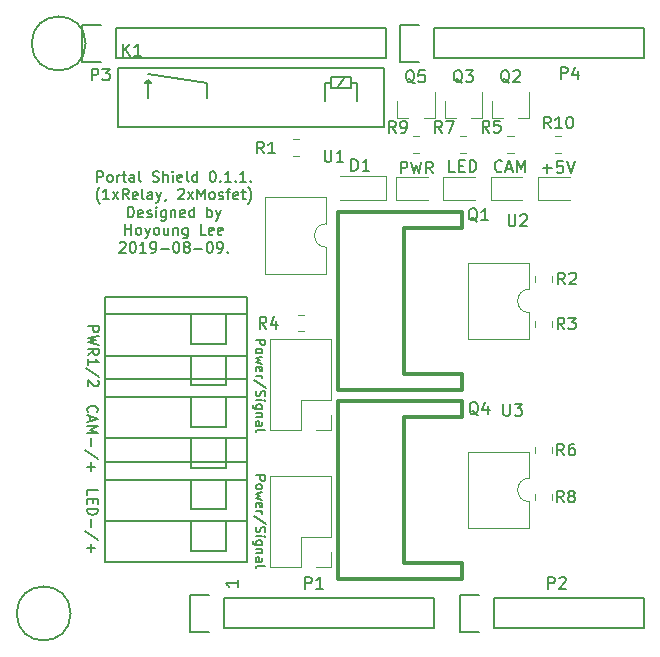
<source format=gbr>
G04 #@! TF.GenerationSoftware,KiCad,Pcbnew,5.0.2+dfsg1-1*
G04 #@! TF.CreationDate,2019-08-13T09:37:24+09:00*
G04 #@! TF.ProjectId,portal_shield_for_arduino,706f7274-616c-45f7-9368-69656c645f66,rev?*
G04 #@! TF.SameCoordinates,Original*
G04 #@! TF.FileFunction,Legend,Top*
G04 #@! TF.FilePolarity,Positive*
%FSLAX46Y46*%
G04 Gerber Fmt 4.6, Leading zero omitted, Abs format (unit mm)*
G04 Created by KiCad (PCBNEW 5.0.2+dfsg1-1) date Tue 13 Aug 2019 09:37:24 AM KST*
%MOMM*%
%LPD*%
G01*
G04 APERTURE LIST*
%ADD10C,0.150000*%
%ADD11C,0.120000*%
%ADD12C,0.304800*%
%ADD13C,0.152400*%
G04 APERTURE END LIST*
D10*
X128650857Y-113830714D02*
X128650857Y-113402142D01*
X129550857Y-113402142D01*
X129122285Y-114130714D02*
X129122285Y-114430714D01*
X128650857Y-114559285D02*
X128650857Y-114130714D01*
X129550857Y-114130714D01*
X129550857Y-114559285D01*
X128650857Y-114945000D02*
X129550857Y-114945000D01*
X129550857Y-115159285D01*
X129508000Y-115287857D01*
X129422285Y-115373571D01*
X129336571Y-115416428D01*
X129165142Y-115459285D01*
X129036571Y-115459285D01*
X128865142Y-115416428D01*
X128779428Y-115373571D01*
X128693714Y-115287857D01*
X128650857Y-115159285D01*
X128650857Y-114945000D01*
X128993714Y-115845000D02*
X128993714Y-116530714D01*
X129593714Y-117602142D02*
X128436571Y-116830714D01*
X128993714Y-117902142D02*
X128993714Y-118587857D01*
X128650857Y-118245000D02*
X129336571Y-118245000D01*
X129483714Y-87272142D02*
X129483714Y-86372142D01*
X129826571Y-86372142D01*
X129912285Y-86415000D01*
X129955142Y-86457857D01*
X129998000Y-86543571D01*
X129998000Y-86672142D01*
X129955142Y-86757857D01*
X129912285Y-86800714D01*
X129826571Y-86843571D01*
X129483714Y-86843571D01*
X130512285Y-87272142D02*
X130426571Y-87229285D01*
X130383714Y-87186428D01*
X130340857Y-87100714D01*
X130340857Y-86843571D01*
X130383714Y-86757857D01*
X130426571Y-86715000D01*
X130512285Y-86672142D01*
X130640857Y-86672142D01*
X130726571Y-86715000D01*
X130769428Y-86757857D01*
X130812285Y-86843571D01*
X130812285Y-87100714D01*
X130769428Y-87186428D01*
X130726571Y-87229285D01*
X130640857Y-87272142D01*
X130512285Y-87272142D01*
X131198000Y-87272142D02*
X131198000Y-86672142D01*
X131198000Y-86843571D02*
X131240857Y-86757857D01*
X131283714Y-86715000D01*
X131369428Y-86672142D01*
X131455142Y-86672142D01*
X131626571Y-86672142D02*
X131969428Y-86672142D01*
X131755142Y-86372142D02*
X131755142Y-87143571D01*
X131798000Y-87229285D01*
X131883714Y-87272142D01*
X131969428Y-87272142D01*
X132655142Y-87272142D02*
X132655142Y-86800714D01*
X132612285Y-86715000D01*
X132526571Y-86672142D01*
X132355142Y-86672142D01*
X132269428Y-86715000D01*
X132655142Y-87229285D02*
X132569428Y-87272142D01*
X132355142Y-87272142D01*
X132269428Y-87229285D01*
X132226571Y-87143571D01*
X132226571Y-87057857D01*
X132269428Y-86972142D01*
X132355142Y-86929285D01*
X132569428Y-86929285D01*
X132655142Y-86886428D01*
X133212285Y-87272142D02*
X133126571Y-87229285D01*
X133083714Y-87143571D01*
X133083714Y-86372142D01*
X134198000Y-87229285D02*
X134326571Y-87272142D01*
X134540857Y-87272142D01*
X134626571Y-87229285D01*
X134669428Y-87186428D01*
X134712285Y-87100714D01*
X134712285Y-87015000D01*
X134669428Y-86929285D01*
X134626571Y-86886428D01*
X134540857Y-86843571D01*
X134369428Y-86800714D01*
X134283714Y-86757857D01*
X134240857Y-86715000D01*
X134198000Y-86629285D01*
X134198000Y-86543571D01*
X134240857Y-86457857D01*
X134283714Y-86415000D01*
X134369428Y-86372142D01*
X134583714Y-86372142D01*
X134712285Y-86415000D01*
X135098000Y-87272142D02*
X135098000Y-86372142D01*
X135483714Y-87272142D02*
X135483714Y-86800714D01*
X135440857Y-86715000D01*
X135355142Y-86672142D01*
X135226571Y-86672142D01*
X135140857Y-86715000D01*
X135098000Y-86757857D01*
X135912285Y-87272142D02*
X135912285Y-86672142D01*
X135912285Y-86372142D02*
X135869428Y-86415000D01*
X135912285Y-86457857D01*
X135955142Y-86415000D01*
X135912285Y-86372142D01*
X135912285Y-86457857D01*
X136683714Y-87229285D02*
X136598000Y-87272142D01*
X136426571Y-87272142D01*
X136340857Y-87229285D01*
X136298000Y-87143571D01*
X136298000Y-86800714D01*
X136340857Y-86715000D01*
X136426571Y-86672142D01*
X136598000Y-86672142D01*
X136683714Y-86715000D01*
X136726571Y-86800714D01*
X136726571Y-86886428D01*
X136298000Y-86972142D01*
X137240857Y-87272142D02*
X137155142Y-87229285D01*
X137112285Y-87143571D01*
X137112285Y-86372142D01*
X137969428Y-87272142D02*
X137969428Y-86372142D01*
X137969428Y-87229285D02*
X137883714Y-87272142D01*
X137712285Y-87272142D01*
X137626571Y-87229285D01*
X137583714Y-87186428D01*
X137540857Y-87100714D01*
X137540857Y-86843571D01*
X137583714Y-86757857D01*
X137626571Y-86715000D01*
X137712285Y-86672142D01*
X137883714Y-86672142D01*
X137969428Y-86715000D01*
X139255142Y-86372142D02*
X139340857Y-86372142D01*
X139426571Y-86415000D01*
X139469428Y-86457857D01*
X139512285Y-86543571D01*
X139555142Y-86715000D01*
X139555142Y-86929285D01*
X139512285Y-87100714D01*
X139469428Y-87186428D01*
X139426571Y-87229285D01*
X139340857Y-87272142D01*
X139255142Y-87272142D01*
X139169428Y-87229285D01*
X139126571Y-87186428D01*
X139083714Y-87100714D01*
X139040857Y-86929285D01*
X139040857Y-86715000D01*
X139083714Y-86543571D01*
X139126571Y-86457857D01*
X139169428Y-86415000D01*
X139255142Y-86372142D01*
X139940857Y-87186428D02*
X139983714Y-87229285D01*
X139940857Y-87272142D01*
X139898000Y-87229285D01*
X139940857Y-87186428D01*
X139940857Y-87272142D01*
X140840857Y-87272142D02*
X140326571Y-87272142D01*
X140583714Y-87272142D02*
X140583714Y-86372142D01*
X140498000Y-86500714D01*
X140412285Y-86586428D01*
X140326571Y-86629285D01*
X141226571Y-87186428D02*
X141269428Y-87229285D01*
X141226571Y-87272142D01*
X141183714Y-87229285D01*
X141226571Y-87186428D01*
X141226571Y-87272142D01*
X142126571Y-87272142D02*
X141612285Y-87272142D01*
X141869428Y-87272142D02*
X141869428Y-86372142D01*
X141783714Y-86500714D01*
X141698000Y-86586428D01*
X141612285Y-86629285D01*
X142512285Y-87186428D02*
X142555142Y-87229285D01*
X142512285Y-87272142D01*
X142469428Y-87229285D01*
X142512285Y-87186428D01*
X142512285Y-87272142D01*
X129719428Y-89115000D02*
X129676571Y-89072142D01*
X129590857Y-88943571D01*
X129548000Y-88857857D01*
X129505142Y-88729285D01*
X129462285Y-88515000D01*
X129462285Y-88343571D01*
X129505142Y-88129285D01*
X129548000Y-88000714D01*
X129590857Y-87915000D01*
X129676571Y-87786428D01*
X129719428Y-87743571D01*
X130533714Y-88772142D02*
X130019428Y-88772142D01*
X130276571Y-88772142D02*
X130276571Y-87872142D01*
X130190857Y-88000714D01*
X130105142Y-88086428D01*
X130019428Y-88129285D01*
X130833714Y-88772142D02*
X131305142Y-88172142D01*
X130833714Y-88172142D02*
X131305142Y-88772142D01*
X132162285Y-88772142D02*
X131862285Y-88343571D01*
X131648000Y-88772142D02*
X131648000Y-87872142D01*
X131990857Y-87872142D01*
X132076571Y-87915000D01*
X132119428Y-87957857D01*
X132162285Y-88043571D01*
X132162285Y-88172142D01*
X132119428Y-88257857D01*
X132076571Y-88300714D01*
X131990857Y-88343571D01*
X131648000Y-88343571D01*
X132890857Y-88729285D02*
X132805142Y-88772142D01*
X132633714Y-88772142D01*
X132548000Y-88729285D01*
X132505142Y-88643571D01*
X132505142Y-88300714D01*
X132548000Y-88215000D01*
X132633714Y-88172142D01*
X132805142Y-88172142D01*
X132890857Y-88215000D01*
X132933714Y-88300714D01*
X132933714Y-88386428D01*
X132505142Y-88472142D01*
X133448000Y-88772142D02*
X133362285Y-88729285D01*
X133319428Y-88643571D01*
X133319428Y-87872142D01*
X134176571Y-88772142D02*
X134176571Y-88300714D01*
X134133714Y-88215000D01*
X134048000Y-88172142D01*
X133876571Y-88172142D01*
X133790857Y-88215000D01*
X134176571Y-88729285D02*
X134090857Y-88772142D01*
X133876571Y-88772142D01*
X133790857Y-88729285D01*
X133748000Y-88643571D01*
X133748000Y-88557857D01*
X133790857Y-88472142D01*
X133876571Y-88429285D01*
X134090857Y-88429285D01*
X134176571Y-88386428D01*
X134519428Y-88172142D02*
X134733714Y-88772142D01*
X134948000Y-88172142D02*
X134733714Y-88772142D01*
X134648000Y-88986428D01*
X134605142Y-89029285D01*
X134519428Y-89072142D01*
X135333714Y-88729285D02*
X135333714Y-88772142D01*
X135290857Y-88857857D01*
X135248000Y-88900714D01*
X136362285Y-87957857D02*
X136405142Y-87915000D01*
X136490857Y-87872142D01*
X136705142Y-87872142D01*
X136790857Y-87915000D01*
X136833714Y-87957857D01*
X136876571Y-88043571D01*
X136876571Y-88129285D01*
X136833714Y-88257857D01*
X136319428Y-88772142D01*
X136876571Y-88772142D01*
X137176571Y-88772142D02*
X137648000Y-88172142D01*
X137176571Y-88172142D02*
X137648000Y-88772142D01*
X137990857Y-88772142D02*
X137990857Y-87872142D01*
X138290857Y-88515000D01*
X138590857Y-87872142D01*
X138590857Y-88772142D01*
X139148000Y-88772142D02*
X139062285Y-88729285D01*
X139019428Y-88686428D01*
X138976571Y-88600714D01*
X138976571Y-88343571D01*
X139019428Y-88257857D01*
X139062285Y-88215000D01*
X139148000Y-88172142D01*
X139276571Y-88172142D01*
X139362285Y-88215000D01*
X139405142Y-88257857D01*
X139448000Y-88343571D01*
X139448000Y-88600714D01*
X139405142Y-88686428D01*
X139362285Y-88729285D01*
X139276571Y-88772142D01*
X139148000Y-88772142D01*
X139790857Y-88729285D02*
X139876571Y-88772142D01*
X140048000Y-88772142D01*
X140133714Y-88729285D01*
X140176571Y-88643571D01*
X140176571Y-88600714D01*
X140133714Y-88515000D01*
X140048000Y-88472142D01*
X139919428Y-88472142D01*
X139833714Y-88429285D01*
X139790857Y-88343571D01*
X139790857Y-88300714D01*
X139833714Y-88215000D01*
X139919428Y-88172142D01*
X140048000Y-88172142D01*
X140133714Y-88215000D01*
X140433714Y-88172142D02*
X140776571Y-88172142D01*
X140562285Y-88772142D02*
X140562285Y-88000714D01*
X140605142Y-87915000D01*
X140690857Y-87872142D01*
X140776571Y-87872142D01*
X141419428Y-88729285D02*
X141333714Y-88772142D01*
X141162285Y-88772142D01*
X141076571Y-88729285D01*
X141033714Y-88643571D01*
X141033714Y-88300714D01*
X141076571Y-88215000D01*
X141162285Y-88172142D01*
X141333714Y-88172142D01*
X141419428Y-88215000D01*
X141462285Y-88300714D01*
X141462285Y-88386428D01*
X141033714Y-88472142D01*
X141719428Y-88172142D02*
X142062285Y-88172142D01*
X141848000Y-87872142D02*
X141848000Y-88643571D01*
X141890857Y-88729285D01*
X141976571Y-88772142D01*
X142062285Y-88772142D01*
X142276571Y-89115000D02*
X142319428Y-89072142D01*
X142405142Y-88943571D01*
X142448000Y-88857857D01*
X142490857Y-88729285D01*
X142533714Y-88515000D01*
X142533714Y-88343571D01*
X142490857Y-88129285D01*
X142448000Y-88000714D01*
X142405142Y-87915000D01*
X142319428Y-87786428D01*
X142276571Y-87743571D01*
X132098000Y-90272142D02*
X132098000Y-89372142D01*
X132312285Y-89372142D01*
X132440857Y-89415000D01*
X132526571Y-89500714D01*
X132569428Y-89586428D01*
X132612285Y-89757857D01*
X132612285Y-89886428D01*
X132569428Y-90057857D01*
X132526571Y-90143571D01*
X132440857Y-90229285D01*
X132312285Y-90272142D01*
X132098000Y-90272142D01*
X133340857Y-90229285D02*
X133255142Y-90272142D01*
X133083714Y-90272142D01*
X132998000Y-90229285D01*
X132955142Y-90143571D01*
X132955142Y-89800714D01*
X132998000Y-89715000D01*
X133083714Y-89672142D01*
X133255142Y-89672142D01*
X133340857Y-89715000D01*
X133383714Y-89800714D01*
X133383714Y-89886428D01*
X132955142Y-89972142D01*
X133726571Y-90229285D02*
X133812285Y-90272142D01*
X133983714Y-90272142D01*
X134069428Y-90229285D01*
X134112285Y-90143571D01*
X134112285Y-90100714D01*
X134069428Y-90015000D01*
X133983714Y-89972142D01*
X133855142Y-89972142D01*
X133769428Y-89929285D01*
X133726571Y-89843571D01*
X133726571Y-89800714D01*
X133769428Y-89715000D01*
X133855142Y-89672142D01*
X133983714Y-89672142D01*
X134069428Y-89715000D01*
X134498000Y-90272142D02*
X134498000Y-89672142D01*
X134498000Y-89372142D02*
X134455142Y-89415000D01*
X134498000Y-89457857D01*
X134540857Y-89415000D01*
X134498000Y-89372142D01*
X134498000Y-89457857D01*
X135312285Y-89672142D02*
X135312285Y-90400714D01*
X135269428Y-90486428D01*
X135226571Y-90529285D01*
X135140857Y-90572142D01*
X135012285Y-90572142D01*
X134926571Y-90529285D01*
X135312285Y-90229285D02*
X135226571Y-90272142D01*
X135055142Y-90272142D01*
X134969428Y-90229285D01*
X134926571Y-90186428D01*
X134883714Y-90100714D01*
X134883714Y-89843571D01*
X134926571Y-89757857D01*
X134969428Y-89715000D01*
X135055142Y-89672142D01*
X135226571Y-89672142D01*
X135312285Y-89715000D01*
X135740857Y-89672142D02*
X135740857Y-90272142D01*
X135740857Y-89757857D02*
X135783714Y-89715000D01*
X135869428Y-89672142D01*
X135998000Y-89672142D01*
X136083714Y-89715000D01*
X136126571Y-89800714D01*
X136126571Y-90272142D01*
X136898000Y-90229285D02*
X136812285Y-90272142D01*
X136640857Y-90272142D01*
X136555142Y-90229285D01*
X136512285Y-90143571D01*
X136512285Y-89800714D01*
X136555142Y-89715000D01*
X136640857Y-89672142D01*
X136812285Y-89672142D01*
X136898000Y-89715000D01*
X136940857Y-89800714D01*
X136940857Y-89886428D01*
X136512285Y-89972142D01*
X137712285Y-90272142D02*
X137712285Y-89372142D01*
X137712285Y-90229285D02*
X137626571Y-90272142D01*
X137455142Y-90272142D01*
X137369428Y-90229285D01*
X137326571Y-90186428D01*
X137283714Y-90100714D01*
X137283714Y-89843571D01*
X137326571Y-89757857D01*
X137369428Y-89715000D01*
X137455142Y-89672142D01*
X137626571Y-89672142D01*
X137712285Y-89715000D01*
X138826571Y-90272142D02*
X138826571Y-89372142D01*
X138826571Y-89715000D02*
X138912285Y-89672142D01*
X139083714Y-89672142D01*
X139169428Y-89715000D01*
X139212285Y-89757857D01*
X139255142Y-89843571D01*
X139255142Y-90100714D01*
X139212285Y-90186428D01*
X139169428Y-90229285D01*
X139083714Y-90272142D01*
X138912285Y-90272142D01*
X138826571Y-90229285D01*
X139555142Y-89672142D02*
X139769428Y-90272142D01*
X139983714Y-89672142D02*
X139769428Y-90272142D01*
X139683714Y-90486428D01*
X139640857Y-90529285D01*
X139555142Y-90572142D01*
X131883714Y-91772142D02*
X131883714Y-90872142D01*
X131883714Y-91300714D02*
X132398000Y-91300714D01*
X132398000Y-91772142D02*
X132398000Y-90872142D01*
X132955142Y-91772142D02*
X132869428Y-91729285D01*
X132826571Y-91686428D01*
X132783714Y-91600714D01*
X132783714Y-91343571D01*
X132826571Y-91257857D01*
X132869428Y-91215000D01*
X132955142Y-91172142D01*
X133083714Y-91172142D01*
X133169428Y-91215000D01*
X133212285Y-91257857D01*
X133255142Y-91343571D01*
X133255142Y-91600714D01*
X133212285Y-91686428D01*
X133169428Y-91729285D01*
X133083714Y-91772142D01*
X132955142Y-91772142D01*
X133555142Y-91172142D02*
X133769428Y-91772142D01*
X133983714Y-91172142D02*
X133769428Y-91772142D01*
X133683714Y-91986428D01*
X133640857Y-92029285D01*
X133555142Y-92072142D01*
X134455142Y-91772142D02*
X134369428Y-91729285D01*
X134326571Y-91686428D01*
X134283714Y-91600714D01*
X134283714Y-91343571D01*
X134326571Y-91257857D01*
X134369428Y-91215000D01*
X134455142Y-91172142D01*
X134583714Y-91172142D01*
X134669428Y-91215000D01*
X134712285Y-91257857D01*
X134755142Y-91343571D01*
X134755142Y-91600714D01*
X134712285Y-91686428D01*
X134669428Y-91729285D01*
X134583714Y-91772142D01*
X134455142Y-91772142D01*
X135526571Y-91172142D02*
X135526571Y-91772142D01*
X135140857Y-91172142D02*
X135140857Y-91643571D01*
X135183714Y-91729285D01*
X135269428Y-91772142D01*
X135398000Y-91772142D01*
X135483714Y-91729285D01*
X135526571Y-91686428D01*
X135955142Y-91172142D02*
X135955142Y-91772142D01*
X135955142Y-91257857D02*
X135998000Y-91215000D01*
X136083714Y-91172142D01*
X136212285Y-91172142D01*
X136298000Y-91215000D01*
X136340857Y-91300714D01*
X136340857Y-91772142D01*
X137155142Y-91172142D02*
X137155142Y-91900714D01*
X137112285Y-91986428D01*
X137069428Y-92029285D01*
X136983714Y-92072142D01*
X136855142Y-92072142D01*
X136769428Y-92029285D01*
X137155142Y-91729285D02*
X137069428Y-91772142D01*
X136898000Y-91772142D01*
X136812285Y-91729285D01*
X136769428Y-91686428D01*
X136726571Y-91600714D01*
X136726571Y-91343571D01*
X136769428Y-91257857D01*
X136812285Y-91215000D01*
X136898000Y-91172142D01*
X137069428Y-91172142D01*
X137155142Y-91215000D01*
X138698000Y-91772142D02*
X138269428Y-91772142D01*
X138269428Y-90872142D01*
X139340857Y-91729285D02*
X139255142Y-91772142D01*
X139083714Y-91772142D01*
X138998000Y-91729285D01*
X138955142Y-91643571D01*
X138955142Y-91300714D01*
X138998000Y-91215000D01*
X139083714Y-91172142D01*
X139255142Y-91172142D01*
X139340857Y-91215000D01*
X139383714Y-91300714D01*
X139383714Y-91386428D01*
X138955142Y-91472142D01*
X140112285Y-91729285D02*
X140026571Y-91772142D01*
X139855142Y-91772142D01*
X139769428Y-91729285D01*
X139726571Y-91643571D01*
X139726571Y-91300714D01*
X139769428Y-91215000D01*
X139855142Y-91172142D01*
X140026571Y-91172142D01*
X140112285Y-91215000D01*
X140155142Y-91300714D01*
X140155142Y-91386428D01*
X139726571Y-91472142D01*
X131412285Y-92457857D02*
X131455142Y-92415000D01*
X131540857Y-92372142D01*
X131755142Y-92372142D01*
X131840857Y-92415000D01*
X131883714Y-92457857D01*
X131926571Y-92543571D01*
X131926571Y-92629285D01*
X131883714Y-92757857D01*
X131369428Y-93272142D01*
X131926571Y-93272142D01*
X132483714Y-92372142D02*
X132569428Y-92372142D01*
X132655142Y-92415000D01*
X132698000Y-92457857D01*
X132740857Y-92543571D01*
X132783714Y-92715000D01*
X132783714Y-92929285D01*
X132740857Y-93100714D01*
X132698000Y-93186428D01*
X132655142Y-93229285D01*
X132569428Y-93272142D01*
X132483714Y-93272142D01*
X132398000Y-93229285D01*
X132355142Y-93186428D01*
X132312285Y-93100714D01*
X132269428Y-92929285D01*
X132269428Y-92715000D01*
X132312285Y-92543571D01*
X132355142Y-92457857D01*
X132398000Y-92415000D01*
X132483714Y-92372142D01*
X133640857Y-93272142D02*
X133126571Y-93272142D01*
X133383714Y-93272142D02*
X133383714Y-92372142D01*
X133298000Y-92500714D01*
X133212285Y-92586428D01*
X133126571Y-92629285D01*
X134069428Y-93272142D02*
X134240857Y-93272142D01*
X134326571Y-93229285D01*
X134369428Y-93186428D01*
X134455142Y-93057857D01*
X134498000Y-92886428D01*
X134498000Y-92543571D01*
X134455142Y-92457857D01*
X134412285Y-92415000D01*
X134326571Y-92372142D01*
X134155142Y-92372142D01*
X134069428Y-92415000D01*
X134026571Y-92457857D01*
X133983714Y-92543571D01*
X133983714Y-92757857D01*
X134026571Y-92843571D01*
X134069428Y-92886428D01*
X134155142Y-92929285D01*
X134326571Y-92929285D01*
X134412285Y-92886428D01*
X134455142Y-92843571D01*
X134498000Y-92757857D01*
X134883714Y-92929285D02*
X135569428Y-92929285D01*
X136169428Y-92372142D02*
X136255142Y-92372142D01*
X136340857Y-92415000D01*
X136383714Y-92457857D01*
X136426571Y-92543571D01*
X136469428Y-92715000D01*
X136469428Y-92929285D01*
X136426571Y-93100714D01*
X136383714Y-93186428D01*
X136340857Y-93229285D01*
X136255142Y-93272142D01*
X136169428Y-93272142D01*
X136083714Y-93229285D01*
X136040857Y-93186428D01*
X135998000Y-93100714D01*
X135955142Y-92929285D01*
X135955142Y-92715000D01*
X135998000Y-92543571D01*
X136040857Y-92457857D01*
X136083714Y-92415000D01*
X136169428Y-92372142D01*
X136983714Y-92757857D02*
X136898000Y-92715000D01*
X136855142Y-92672142D01*
X136812285Y-92586428D01*
X136812285Y-92543571D01*
X136855142Y-92457857D01*
X136898000Y-92415000D01*
X136983714Y-92372142D01*
X137155142Y-92372142D01*
X137240857Y-92415000D01*
X137283714Y-92457857D01*
X137326571Y-92543571D01*
X137326571Y-92586428D01*
X137283714Y-92672142D01*
X137240857Y-92715000D01*
X137155142Y-92757857D01*
X136983714Y-92757857D01*
X136898000Y-92800714D01*
X136855142Y-92843571D01*
X136812285Y-92929285D01*
X136812285Y-93100714D01*
X136855142Y-93186428D01*
X136898000Y-93229285D01*
X136983714Y-93272142D01*
X137155142Y-93272142D01*
X137240857Y-93229285D01*
X137283714Y-93186428D01*
X137326571Y-93100714D01*
X137326571Y-92929285D01*
X137283714Y-92843571D01*
X137240857Y-92800714D01*
X137155142Y-92757857D01*
X137712285Y-92929285D02*
X138398000Y-92929285D01*
X138998000Y-92372142D02*
X139083714Y-92372142D01*
X139169428Y-92415000D01*
X139212285Y-92457857D01*
X139255142Y-92543571D01*
X139298000Y-92715000D01*
X139298000Y-92929285D01*
X139255142Y-93100714D01*
X139212285Y-93186428D01*
X139169428Y-93229285D01*
X139083714Y-93272142D01*
X138998000Y-93272142D01*
X138912285Y-93229285D01*
X138869428Y-93186428D01*
X138826571Y-93100714D01*
X138783714Y-92929285D01*
X138783714Y-92715000D01*
X138826571Y-92543571D01*
X138869428Y-92457857D01*
X138912285Y-92415000D01*
X138998000Y-92372142D01*
X139726571Y-93272142D02*
X139898000Y-93272142D01*
X139983714Y-93229285D01*
X140026571Y-93186428D01*
X140112285Y-93057857D01*
X140155142Y-92886428D01*
X140155142Y-92543571D01*
X140112285Y-92457857D01*
X140069428Y-92415000D01*
X139983714Y-92372142D01*
X139812285Y-92372142D01*
X139726571Y-92415000D01*
X139683714Y-92457857D01*
X139640857Y-92543571D01*
X139640857Y-92757857D01*
X139683714Y-92843571D01*
X139726571Y-92886428D01*
X139812285Y-92929285D01*
X139983714Y-92929285D01*
X140069428Y-92886428D01*
X140112285Y-92843571D01*
X140155142Y-92757857D01*
X140540857Y-93186428D02*
X140583714Y-93229285D01*
X140540857Y-93272142D01*
X140498000Y-93229285D01*
X140540857Y-93186428D01*
X140540857Y-93272142D01*
X128736571Y-106797857D02*
X128693714Y-106755000D01*
X128650857Y-106626428D01*
X128650857Y-106540714D01*
X128693714Y-106412142D01*
X128779428Y-106326428D01*
X128865142Y-106283571D01*
X129036571Y-106240714D01*
X129165142Y-106240714D01*
X129336571Y-106283571D01*
X129422285Y-106326428D01*
X129508000Y-106412142D01*
X129550857Y-106540714D01*
X129550857Y-106626428D01*
X129508000Y-106755000D01*
X129465142Y-106797857D01*
X128908000Y-107140714D02*
X128908000Y-107569285D01*
X128650857Y-107055000D02*
X129550857Y-107355000D01*
X128650857Y-107655000D01*
X128650857Y-107955000D02*
X129550857Y-107955000D01*
X128908000Y-108255000D01*
X129550857Y-108555000D01*
X128650857Y-108555000D01*
X128993714Y-108983571D02*
X128993714Y-109669285D01*
X129593714Y-110740714D02*
X128436571Y-109969285D01*
X128993714Y-111040714D02*
X128993714Y-111726428D01*
X128650857Y-111383571D02*
X129336571Y-111383571D01*
X128730857Y-99486428D02*
X129630857Y-99486428D01*
X129630857Y-99829285D01*
X129588000Y-99915000D01*
X129545142Y-99957857D01*
X129459428Y-100000714D01*
X129330857Y-100000714D01*
X129245142Y-99957857D01*
X129202285Y-99915000D01*
X129159428Y-99829285D01*
X129159428Y-99486428D01*
X129630857Y-100300714D02*
X128730857Y-100515000D01*
X129373714Y-100686428D01*
X128730857Y-100857857D01*
X129630857Y-101072142D01*
X128730857Y-101929285D02*
X129159428Y-101629285D01*
X128730857Y-101415000D02*
X129630857Y-101415000D01*
X129630857Y-101757857D01*
X129588000Y-101843571D01*
X129545142Y-101886428D01*
X129459428Y-101929285D01*
X129330857Y-101929285D01*
X129245142Y-101886428D01*
X129202285Y-101843571D01*
X129159428Y-101757857D01*
X129159428Y-101415000D01*
X128730857Y-102786428D02*
X128730857Y-102272142D01*
X128730857Y-102529285D02*
X129630857Y-102529285D01*
X129502285Y-102443571D01*
X129416571Y-102357857D01*
X129373714Y-102272142D01*
X129673714Y-103815000D02*
X128516571Y-103043571D01*
X129545142Y-104072142D02*
X129588000Y-104115000D01*
X129630857Y-104200714D01*
X129630857Y-104415000D01*
X129588000Y-104500714D01*
X129545142Y-104543571D01*
X129459428Y-104586428D01*
X129373714Y-104586428D01*
X129245142Y-104543571D01*
X128730857Y-104029285D01*
X128730857Y-104586428D01*
X142938095Y-112133333D02*
X143738095Y-112133333D01*
X143738095Y-112438095D01*
X143700000Y-112514285D01*
X143661904Y-112552380D01*
X143585714Y-112590476D01*
X143471428Y-112590476D01*
X143395238Y-112552380D01*
X143357142Y-112514285D01*
X143319047Y-112438095D01*
X143319047Y-112133333D01*
X142938095Y-113047619D02*
X142976190Y-112971428D01*
X143014285Y-112933333D01*
X143090476Y-112895238D01*
X143319047Y-112895238D01*
X143395238Y-112933333D01*
X143433333Y-112971428D01*
X143471428Y-113047619D01*
X143471428Y-113161904D01*
X143433333Y-113238095D01*
X143395238Y-113276190D01*
X143319047Y-113314285D01*
X143090476Y-113314285D01*
X143014285Y-113276190D01*
X142976190Y-113238095D01*
X142938095Y-113161904D01*
X142938095Y-113047619D01*
X143471428Y-113580952D02*
X142938095Y-113733333D01*
X143319047Y-113885714D01*
X142938095Y-114038095D01*
X143471428Y-114190476D01*
X142976190Y-114800000D02*
X142938095Y-114723809D01*
X142938095Y-114571428D01*
X142976190Y-114495238D01*
X143052380Y-114457142D01*
X143357142Y-114457142D01*
X143433333Y-114495238D01*
X143471428Y-114571428D01*
X143471428Y-114723809D01*
X143433333Y-114800000D01*
X143357142Y-114838095D01*
X143280952Y-114838095D01*
X143204761Y-114457142D01*
X142938095Y-115180952D02*
X143471428Y-115180952D01*
X143319047Y-115180952D02*
X143395238Y-115219047D01*
X143433333Y-115257142D01*
X143471428Y-115333333D01*
X143471428Y-115409523D01*
X143776190Y-116247619D02*
X142747619Y-115561904D01*
X142976190Y-116476190D02*
X142938095Y-116590476D01*
X142938095Y-116780952D01*
X142976190Y-116857142D01*
X143014285Y-116895238D01*
X143090476Y-116933333D01*
X143166666Y-116933333D01*
X143242857Y-116895238D01*
X143280952Y-116857142D01*
X143319047Y-116780952D01*
X143357142Y-116628571D01*
X143395238Y-116552380D01*
X143433333Y-116514285D01*
X143509523Y-116476190D01*
X143585714Y-116476190D01*
X143661904Y-116514285D01*
X143700000Y-116552380D01*
X143738095Y-116628571D01*
X143738095Y-116819047D01*
X143700000Y-116933333D01*
X142938095Y-117276190D02*
X143471428Y-117276190D01*
X143738095Y-117276190D02*
X143700000Y-117238095D01*
X143661904Y-117276190D01*
X143700000Y-117314285D01*
X143738095Y-117276190D01*
X143661904Y-117276190D01*
X143471428Y-118000000D02*
X142823809Y-118000000D01*
X142747619Y-117961904D01*
X142709523Y-117923809D01*
X142671428Y-117847619D01*
X142671428Y-117733333D01*
X142709523Y-117657142D01*
X142976190Y-118000000D02*
X142938095Y-117923809D01*
X142938095Y-117771428D01*
X142976190Y-117695238D01*
X143014285Y-117657142D01*
X143090476Y-117619047D01*
X143319047Y-117619047D01*
X143395238Y-117657142D01*
X143433333Y-117695238D01*
X143471428Y-117771428D01*
X143471428Y-117923809D01*
X143433333Y-118000000D01*
X143471428Y-118380952D02*
X142938095Y-118380952D01*
X143395238Y-118380952D02*
X143433333Y-118419047D01*
X143471428Y-118495238D01*
X143471428Y-118609523D01*
X143433333Y-118685714D01*
X143357142Y-118723809D01*
X142938095Y-118723809D01*
X142938095Y-119447619D02*
X143357142Y-119447619D01*
X143433333Y-119409523D01*
X143471428Y-119333333D01*
X143471428Y-119180952D01*
X143433333Y-119104761D01*
X142976190Y-119447619D02*
X142938095Y-119371428D01*
X142938095Y-119180952D01*
X142976190Y-119104761D01*
X143052380Y-119066666D01*
X143128571Y-119066666D01*
X143204761Y-119104761D01*
X143242857Y-119180952D01*
X143242857Y-119371428D01*
X143280952Y-119447619D01*
X142938095Y-119942857D02*
X142976190Y-119866666D01*
X143052380Y-119828571D01*
X143738095Y-119828571D01*
X142938095Y-100633333D02*
X143738095Y-100633333D01*
X143738095Y-100938095D01*
X143700000Y-101014285D01*
X143661904Y-101052380D01*
X143585714Y-101090476D01*
X143471428Y-101090476D01*
X143395238Y-101052380D01*
X143357142Y-101014285D01*
X143319047Y-100938095D01*
X143319047Y-100633333D01*
X142938095Y-101547619D02*
X142976190Y-101471428D01*
X143014285Y-101433333D01*
X143090476Y-101395238D01*
X143319047Y-101395238D01*
X143395238Y-101433333D01*
X143433333Y-101471428D01*
X143471428Y-101547619D01*
X143471428Y-101661904D01*
X143433333Y-101738095D01*
X143395238Y-101776190D01*
X143319047Y-101814285D01*
X143090476Y-101814285D01*
X143014285Y-101776190D01*
X142976190Y-101738095D01*
X142938095Y-101661904D01*
X142938095Y-101547619D01*
X143471428Y-102080952D02*
X142938095Y-102233333D01*
X143319047Y-102385714D01*
X142938095Y-102538095D01*
X143471428Y-102690476D01*
X142976190Y-103300000D02*
X142938095Y-103223809D01*
X142938095Y-103071428D01*
X142976190Y-102995238D01*
X143052380Y-102957142D01*
X143357142Y-102957142D01*
X143433333Y-102995238D01*
X143471428Y-103071428D01*
X143471428Y-103223809D01*
X143433333Y-103300000D01*
X143357142Y-103338095D01*
X143280952Y-103338095D01*
X143204761Y-102957142D01*
X142938095Y-103680952D02*
X143471428Y-103680952D01*
X143319047Y-103680952D02*
X143395238Y-103719047D01*
X143433333Y-103757142D01*
X143471428Y-103833333D01*
X143471428Y-103909523D01*
X143776190Y-104747619D02*
X142747619Y-104061904D01*
X142976190Y-104976190D02*
X142938095Y-105090476D01*
X142938095Y-105280952D01*
X142976190Y-105357142D01*
X143014285Y-105395238D01*
X143090476Y-105433333D01*
X143166666Y-105433333D01*
X143242857Y-105395238D01*
X143280952Y-105357142D01*
X143319047Y-105280952D01*
X143357142Y-105128571D01*
X143395238Y-105052380D01*
X143433333Y-105014285D01*
X143509523Y-104976190D01*
X143585714Y-104976190D01*
X143661904Y-105014285D01*
X143700000Y-105052380D01*
X143738095Y-105128571D01*
X143738095Y-105319047D01*
X143700000Y-105433333D01*
X142938095Y-105776190D02*
X143471428Y-105776190D01*
X143738095Y-105776190D02*
X143700000Y-105738095D01*
X143661904Y-105776190D01*
X143700000Y-105814285D01*
X143738095Y-105776190D01*
X143661904Y-105776190D01*
X143471428Y-106500000D02*
X142823809Y-106500000D01*
X142747619Y-106461904D01*
X142709523Y-106423809D01*
X142671428Y-106347619D01*
X142671428Y-106233333D01*
X142709523Y-106157142D01*
X142976190Y-106500000D02*
X142938095Y-106423809D01*
X142938095Y-106271428D01*
X142976190Y-106195238D01*
X143014285Y-106157142D01*
X143090476Y-106119047D01*
X143319047Y-106119047D01*
X143395238Y-106157142D01*
X143433333Y-106195238D01*
X143471428Y-106271428D01*
X143471428Y-106423809D01*
X143433333Y-106500000D01*
X143471428Y-106880952D02*
X142938095Y-106880952D01*
X143395238Y-106880952D02*
X143433333Y-106919047D01*
X143471428Y-106995238D01*
X143471428Y-107109523D01*
X143433333Y-107185714D01*
X143357142Y-107223809D01*
X142938095Y-107223809D01*
X142938095Y-107947619D02*
X143357142Y-107947619D01*
X143433333Y-107909523D01*
X143471428Y-107833333D01*
X143471428Y-107680952D01*
X143433333Y-107604761D01*
X142976190Y-107947619D02*
X142938095Y-107871428D01*
X142938095Y-107680952D01*
X142976190Y-107604761D01*
X143052380Y-107566666D01*
X143128571Y-107566666D01*
X143204761Y-107604761D01*
X143242857Y-107680952D01*
X143242857Y-107871428D01*
X143280952Y-107947619D01*
X142938095Y-108442857D02*
X142976190Y-108366666D01*
X143052380Y-108328571D01*
X143738095Y-108328571D01*
X141390380Y-120999285D02*
X141390380Y-121570714D01*
X141390380Y-121285000D02*
X140390380Y-121285000D01*
X140533238Y-121380238D01*
X140628476Y-121475476D01*
X140676095Y-121570714D01*
G04 #@! TO.C,P5*
X127254000Y-123825000D02*
G75*
G03X127254000Y-123825000I-2286000J0D01*
G01*
G04 #@! TO.C,P7*
X128524000Y-75565000D02*
G75*
G03X128524000Y-75565000I-2286000J0D01*
G01*
D11*
G04 #@! TO.C,U3*
X166100000Y-114365000D02*
G75*
G02X166100000Y-112365000I0J1000000D01*
G01*
X166100000Y-112365000D02*
X166100000Y-110130000D01*
X166100000Y-110130000D02*
X160900000Y-110130000D01*
X160900000Y-110130000D02*
X160900000Y-116600000D01*
X160900000Y-116600000D02*
X166100000Y-116600000D01*
X166100000Y-116600000D02*
X166100000Y-114365000D01*
G04 #@! TO.C,U2*
X166100000Y-98365000D02*
G75*
G02X166100000Y-96365000I0J1000000D01*
G01*
X166100000Y-96365000D02*
X166100000Y-94130000D01*
X166100000Y-94130000D02*
X160900000Y-94130000D01*
X160900000Y-94130000D02*
X160900000Y-100600000D01*
X160900000Y-100600000D02*
X166100000Y-100600000D01*
X166100000Y-100600000D02*
X166100000Y-98365000D01*
G04 #@! TO.C,R3*
X168010000Y-99558578D02*
X168010000Y-99041422D01*
X166590000Y-99558578D02*
X166590000Y-99041422D01*
G04 #@! TO.C,R9*
X156241422Y-83405321D02*
X156758578Y-83405321D01*
X156241422Y-84825321D02*
X156758578Y-84825321D01*
G04 #@! TO.C,R10*
X168241422Y-83405321D02*
X168758578Y-83405321D01*
X168241422Y-84825321D02*
X168758578Y-84825321D01*
G04 #@! TO.C,+5V*
X169500000Y-86905000D02*
X166815000Y-86905000D01*
X166815000Y-86905000D02*
X166815000Y-88825000D01*
X166815000Y-88825000D02*
X169500000Y-88825000D01*
G04 #@! TO.C,Q5*
X154920000Y-81875321D02*
X155850000Y-81875321D01*
X158080000Y-81875321D02*
X157150000Y-81875321D01*
X158080000Y-81875321D02*
X158080000Y-79715321D01*
X154920000Y-81875321D02*
X154920000Y-80415321D01*
G04 #@! TO.C,PWR*
X157500000Y-86905000D02*
X154815000Y-86905000D01*
X154815000Y-86905000D02*
X154815000Y-88825000D01*
X154815000Y-88825000D02*
X157500000Y-88825000D01*
D10*
G04 #@! TO.C,P1*
X140208000Y-125095000D02*
X157988000Y-125095000D01*
X157988000Y-125095000D02*
X157988000Y-122555000D01*
X157988000Y-122555000D02*
X140208000Y-122555000D01*
X137388000Y-125375000D02*
X138938000Y-125375000D01*
X140208000Y-125095000D02*
X140208000Y-122555000D01*
X138938000Y-122275000D02*
X137388000Y-122275000D01*
X137388000Y-122275000D02*
X137388000Y-125375000D01*
G04 #@! TO.C,P2*
X163068000Y-125095000D02*
X175768000Y-125095000D01*
X175768000Y-125095000D02*
X175768000Y-122555000D01*
X175768000Y-122555000D02*
X163068000Y-122555000D01*
X160248000Y-125375000D02*
X161798000Y-125375000D01*
X163068000Y-125095000D02*
X163068000Y-122555000D01*
X161798000Y-122275000D02*
X160248000Y-122275000D01*
X160248000Y-122275000D02*
X160248000Y-125375000D01*
G04 #@! TO.C,P3*
X131064000Y-76835000D02*
X153924000Y-76835000D01*
X153924000Y-76835000D02*
X153924000Y-74295000D01*
X153924000Y-74295000D02*
X131064000Y-74295000D01*
X128244000Y-77115000D02*
X129794000Y-77115000D01*
X131064000Y-76835000D02*
X131064000Y-74295000D01*
X129794000Y-74015000D02*
X128244000Y-74015000D01*
X128244000Y-74015000D02*
X128244000Y-77115000D01*
G04 #@! TO.C,P4*
X157988000Y-76835000D02*
X175768000Y-76835000D01*
X175768000Y-76835000D02*
X175768000Y-74295000D01*
X175768000Y-74295000D02*
X157988000Y-74295000D01*
X155168000Y-77115000D02*
X156718000Y-77115000D01*
X157988000Y-76835000D02*
X157988000Y-74295000D01*
X156718000Y-74015000D02*
X155168000Y-74015000D01*
X155168000Y-74015000D02*
X155168000Y-77115000D01*
D11*
G04 #@! TO.C,D1*
X153938000Y-88825000D02*
X153938000Y-86825000D01*
X153938000Y-86825000D02*
X150038000Y-86825000D01*
X153938000Y-88825000D02*
X150038000Y-88825000D01*
G04 #@! TO.C,CAM*
X165500000Y-86905000D02*
X162815000Y-86905000D01*
X162815000Y-86905000D02*
X162815000Y-88825000D01*
X162815000Y-88825000D02*
X165500000Y-88825000D01*
G04 #@! TO.C,LED*
X158815000Y-88825000D02*
X161500000Y-88825000D01*
X158815000Y-86905000D02*
X158815000Y-88825000D01*
X161500000Y-86905000D02*
X158815000Y-86905000D01*
D10*
G04 #@! TO.C,J1*
X142200000Y-102000000D02*
X130200000Y-102000000D01*
X130200000Y-102000000D02*
X130200000Y-105500000D01*
X130200000Y-105500000D02*
X142200000Y-105500000D01*
X142200000Y-105500000D02*
X142200000Y-102000000D01*
X142200000Y-102000000D02*
X142200000Y-98500000D01*
X142200000Y-98500000D02*
X130200000Y-98500000D01*
X130200000Y-98500000D02*
X130200000Y-102000000D01*
X142200000Y-98500000D02*
X142200000Y-97000000D01*
X142200000Y-97000000D02*
X130200000Y-97000000D01*
X130200000Y-97000000D02*
X130200000Y-98500000D01*
X140450000Y-98500000D02*
X140450000Y-101000000D01*
X140450000Y-101000000D02*
X137450000Y-101000000D01*
X137450000Y-101000000D02*
X137450000Y-98500000D01*
X140450000Y-102000000D02*
X140450000Y-104500000D01*
X140450000Y-104500000D02*
X137450000Y-104500000D01*
X137450000Y-104500000D02*
X137450000Y-102000000D01*
G04 #@! TO.C,J3*
X142200000Y-109000000D02*
X130200000Y-109000000D01*
X130200000Y-109000000D02*
X130200000Y-112500000D01*
X130200000Y-112500000D02*
X142200000Y-112500000D01*
X142200000Y-112500000D02*
X142200000Y-109000000D01*
X142200000Y-109000000D02*
X142200000Y-105500000D01*
X142200000Y-105500000D02*
X130200000Y-105500000D01*
X130200000Y-105500000D02*
X130200000Y-109000000D01*
X142200000Y-105500000D02*
X142200000Y-104000000D01*
X142200000Y-104000000D02*
X130200000Y-104000000D01*
X130200000Y-104000000D02*
X130200000Y-105500000D01*
X140450000Y-105500000D02*
X140450000Y-108000000D01*
X140450000Y-108000000D02*
X137450000Y-108000000D01*
X137450000Y-108000000D02*
X137450000Y-105500000D01*
X140450000Y-109000000D02*
X140450000Y-111500000D01*
X140450000Y-111500000D02*
X137450000Y-111500000D01*
X137450000Y-111500000D02*
X137450000Y-109000000D01*
G04 #@! TO.C,J5*
X137450000Y-118500000D02*
X137450000Y-116000000D01*
X140450000Y-118500000D02*
X137450000Y-118500000D01*
X140450000Y-116000000D02*
X140450000Y-118500000D01*
X137450000Y-115000000D02*
X137450000Y-112500000D01*
X140450000Y-115000000D02*
X137450000Y-115000000D01*
X140450000Y-112500000D02*
X140450000Y-115000000D01*
X130200000Y-111000000D02*
X130200000Y-112500000D01*
X142200000Y-111000000D02*
X130200000Y-111000000D01*
X142200000Y-112500000D02*
X142200000Y-111000000D01*
X130200000Y-112500000D02*
X130200000Y-116000000D01*
X142200000Y-112500000D02*
X130200000Y-112500000D01*
X142200000Y-116000000D02*
X142200000Y-112500000D01*
X142200000Y-119500000D02*
X142200000Y-116000000D01*
X130200000Y-119500000D02*
X142200000Y-119500000D01*
X130200000Y-116000000D02*
X130200000Y-119500000D01*
X142200000Y-116000000D02*
X130200000Y-116000000D01*
G04 #@! TO.C,K1*
X153768000Y-82665000D02*
X131268000Y-82665000D01*
X131268000Y-82665000D02*
X131268000Y-77665000D01*
X131268000Y-77665000D02*
X153768000Y-77665000D01*
X153768000Y-77665000D02*
X153768000Y-82665000D01*
X151518000Y-80415000D02*
X151518000Y-78915000D01*
X151518000Y-78915000D02*
X151018000Y-78915000D01*
X148768000Y-80415000D02*
X148768000Y-78915000D01*
X148768000Y-78915000D02*
X149268000Y-78915000D01*
X151018000Y-79375000D02*
X151018000Y-78375000D01*
X151018000Y-78375000D02*
X149268000Y-78375000D01*
X149268000Y-78375000D02*
X149268000Y-79375000D01*
X149268000Y-79375000D02*
X151018000Y-79375000D01*
X150518000Y-78375000D02*
X149768000Y-79375000D01*
X138768000Y-80165000D02*
X138768000Y-78915000D01*
X138768000Y-78915000D02*
X133768000Y-78165000D01*
X133768000Y-80165000D02*
X133768000Y-78665000D01*
X133768000Y-78665000D02*
X134018000Y-78915000D01*
X134018000Y-78915000D02*
X133518000Y-78915000D01*
X133518000Y-78915000D02*
X133768000Y-78665000D01*
D12*
G04 #@! TO.C,Q1*
X160399660Y-104865620D02*
X149899300Y-104865620D01*
X160399660Y-103565140D02*
X160399660Y-104865620D01*
X155500000Y-103565140D02*
X160399660Y-103565140D01*
X155500000Y-91164860D02*
X155500000Y-103565140D01*
X160399660Y-91164860D02*
X155500000Y-91164860D01*
X160399660Y-89864380D02*
X160399660Y-91164860D01*
X149899300Y-89864380D02*
X160399660Y-89864380D01*
X149899300Y-104865620D02*
X149899300Y-89864380D01*
D11*
G04 #@! TO.C,Q2*
X162920000Y-81875321D02*
X163850000Y-81875321D01*
X166080000Y-81875321D02*
X165150000Y-81875321D01*
X166080000Y-81875321D02*
X166080000Y-79715321D01*
X162920000Y-81875321D02*
X162920000Y-80415321D01*
G04 #@! TO.C,Q3*
X158920000Y-81875321D02*
X158920000Y-80415321D01*
X162080000Y-81875321D02*
X162080000Y-79715321D01*
X162080000Y-81875321D02*
X161150000Y-81875321D01*
X158920000Y-81875321D02*
X159850000Y-81875321D01*
D12*
G04 #@! TO.C,Q4*
X149899300Y-120865620D02*
X149899300Y-105864380D01*
X149899300Y-105864380D02*
X160399660Y-105864380D01*
X160399660Y-105864380D02*
X160399660Y-107164860D01*
X160399660Y-107164860D02*
X155500000Y-107164860D01*
X155500000Y-107164860D02*
X155500000Y-119565140D01*
X155500000Y-119565140D02*
X160399660Y-119565140D01*
X160399660Y-119565140D02*
X160399660Y-120865620D01*
X160399660Y-120865620D02*
X149899300Y-120865620D01*
D11*
G04 #@! TO.C,R1*
X146562578Y-85085000D02*
X146045422Y-85085000D01*
X146562578Y-83665000D02*
X146045422Y-83665000D01*
G04 #@! TO.C,R2*
X166590000Y-95758578D02*
X166590000Y-95241422D01*
X168010000Y-95758578D02*
X168010000Y-95241422D01*
G04 #@! TO.C,R4*
X146499422Y-98515000D02*
X147016578Y-98515000D01*
X146499422Y-99935000D02*
X147016578Y-99935000D01*
G04 #@! TO.C,R5*
X164758578Y-83405321D02*
X164241422Y-83405321D01*
X164758578Y-84825321D02*
X164241422Y-84825321D01*
G04 #@! TO.C,R6*
X168010000Y-110258578D02*
X168010000Y-109741422D01*
X166590000Y-110258578D02*
X166590000Y-109741422D01*
G04 #@! TO.C,R7*
X160241422Y-84825321D02*
X160758578Y-84825321D01*
X160241422Y-83405321D02*
X160758578Y-83405321D01*
G04 #@! TO.C,R8*
X168010000Y-113741422D02*
X168010000Y-114258578D01*
X166590000Y-113741422D02*
X166590000Y-114258578D01*
G04 #@! TO.C,U1*
X148904000Y-92821000D02*
G75*
G02X148904000Y-90821000I0J1000000D01*
G01*
X148904000Y-90821000D02*
X148904000Y-88586000D01*
X148904000Y-88586000D02*
X143704000Y-88586000D01*
X143704000Y-88586000D02*
X143704000Y-95056000D01*
X143704000Y-95056000D02*
X148904000Y-95056000D01*
X148904000Y-95056000D02*
X148904000Y-92821000D01*
G04 #@! TO.C,J2*
X149330000Y-100590000D02*
X144130000Y-100590000D01*
X149330000Y-105730000D02*
X149330000Y-100590000D01*
X144130000Y-108330000D02*
X144130000Y-100590000D01*
X149330000Y-105730000D02*
X146730000Y-105730000D01*
X146730000Y-105730000D02*
X146730000Y-108330000D01*
X146730000Y-108330000D02*
X144130000Y-108330000D01*
X149330000Y-107000000D02*
X149330000Y-108330000D01*
X149330000Y-108330000D02*
X148000000Y-108330000D01*
G04 #@! TO.C,J4*
X149330000Y-119930000D02*
X148000000Y-119930000D01*
X149330000Y-118600000D02*
X149330000Y-119930000D01*
X146730000Y-119930000D02*
X144130000Y-119930000D01*
X146730000Y-117330000D02*
X146730000Y-119930000D01*
X149330000Y-117330000D02*
X146730000Y-117330000D01*
X144130000Y-119930000D02*
X144130000Y-112190000D01*
X149330000Y-117330000D02*
X149330000Y-112190000D01*
X149330000Y-112190000D02*
X144130000Y-112190000D01*
G04 #@! TO.C,U3*
D10*
X163886095Y-106087380D02*
X163886095Y-106896904D01*
X163933714Y-106992142D01*
X163981333Y-107039761D01*
X164076571Y-107087380D01*
X164267047Y-107087380D01*
X164362285Y-107039761D01*
X164409904Y-106992142D01*
X164457523Y-106896904D01*
X164457523Y-106087380D01*
X164838476Y-106087380D02*
X165457523Y-106087380D01*
X165124190Y-106468333D01*
X165267047Y-106468333D01*
X165362285Y-106515952D01*
X165409904Y-106563571D01*
X165457523Y-106658809D01*
X165457523Y-106896904D01*
X165409904Y-106992142D01*
X165362285Y-107039761D01*
X165267047Y-107087380D01*
X164981333Y-107087380D01*
X164886095Y-107039761D01*
X164838476Y-106992142D01*
G04 #@! TO.C,U2*
X164336095Y-90037380D02*
X164336095Y-90846904D01*
X164383714Y-90942142D01*
X164431333Y-90989761D01*
X164526571Y-91037380D01*
X164717047Y-91037380D01*
X164812285Y-90989761D01*
X164859904Y-90942142D01*
X164907523Y-90846904D01*
X164907523Y-90037380D01*
X165336095Y-90132619D02*
X165383714Y-90085000D01*
X165478952Y-90037380D01*
X165717047Y-90037380D01*
X165812285Y-90085000D01*
X165859904Y-90132619D01*
X165907523Y-90227857D01*
X165907523Y-90323095D01*
X165859904Y-90465952D01*
X165288476Y-91037380D01*
X165907523Y-91037380D01*
G04 #@! TO.C,R3*
X169051333Y-99777380D02*
X168718000Y-99301190D01*
X168479904Y-99777380D02*
X168479904Y-98777380D01*
X168860857Y-98777380D01*
X168956095Y-98825000D01*
X169003714Y-98872619D01*
X169051333Y-98967857D01*
X169051333Y-99110714D01*
X169003714Y-99205952D01*
X168956095Y-99253571D01*
X168860857Y-99301190D01*
X168479904Y-99301190D01*
X169384666Y-98777380D02*
X170003714Y-98777380D01*
X169670380Y-99158333D01*
X169813238Y-99158333D01*
X169908476Y-99205952D01*
X169956095Y-99253571D01*
X170003714Y-99348809D01*
X170003714Y-99586904D01*
X169956095Y-99682142D01*
X169908476Y-99729761D01*
X169813238Y-99777380D01*
X169527523Y-99777380D01*
X169432285Y-99729761D01*
X169384666Y-99682142D01*
G04 #@! TO.C,R9*
X154781333Y-83127380D02*
X154448000Y-82651190D01*
X154209904Y-83127380D02*
X154209904Y-82127380D01*
X154590857Y-82127380D01*
X154686095Y-82175000D01*
X154733714Y-82222619D01*
X154781333Y-82317857D01*
X154781333Y-82460714D01*
X154733714Y-82555952D01*
X154686095Y-82603571D01*
X154590857Y-82651190D01*
X154209904Y-82651190D01*
X155257523Y-83127380D02*
X155448000Y-83127380D01*
X155543238Y-83079761D01*
X155590857Y-83032142D01*
X155686095Y-82889285D01*
X155733714Y-82698809D01*
X155733714Y-82317857D01*
X155686095Y-82222619D01*
X155638476Y-82175000D01*
X155543238Y-82127380D01*
X155352761Y-82127380D01*
X155257523Y-82175000D01*
X155209904Y-82222619D01*
X155162285Y-82317857D01*
X155162285Y-82555952D01*
X155209904Y-82651190D01*
X155257523Y-82698809D01*
X155352761Y-82746428D01*
X155543238Y-82746428D01*
X155638476Y-82698809D01*
X155686095Y-82651190D01*
X155733714Y-82555952D01*
G04 #@! TO.C,R10*
X167895142Y-82757380D02*
X167561809Y-82281190D01*
X167323714Y-82757380D02*
X167323714Y-81757380D01*
X167704666Y-81757380D01*
X167799904Y-81805000D01*
X167847523Y-81852619D01*
X167895142Y-81947857D01*
X167895142Y-82090714D01*
X167847523Y-82185952D01*
X167799904Y-82233571D01*
X167704666Y-82281190D01*
X167323714Y-82281190D01*
X168847523Y-82757380D02*
X168276095Y-82757380D01*
X168561809Y-82757380D02*
X168561809Y-81757380D01*
X168466571Y-81900238D01*
X168371333Y-81995476D01*
X168276095Y-82043095D01*
X169466571Y-81757380D02*
X169561809Y-81757380D01*
X169657047Y-81805000D01*
X169704666Y-81852619D01*
X169752285Y-81947857D01*
X169799904Y-82138333D01*
X169799904Y-82376428D01*
X169752285Y-82566904D01*
X169704666Y-82662142D01*
X169657047Y-82709761D01*
X169561809Y-82757380D01*
X169466571Y-82757380D01*
X169371333Y-82709761D01*
X169323714Y-82662142D01*
X169276095Y-82566904D01*
X169228476Y-82376428D01*
X169228476Y-82138333D01*
X169276095Y-81947857D01*
X169323714Y-81852619D01*
X169371333Y-81805000D01*
X169466571Y-81757380D01*
G04 #@! TO.C,+5V*
X167212285Y-86136428D02*
X167974190Y-86136428D01*
X167593238Y-86517380D02*
X167593238Y-85755476D01*
X168926571Y-85517380D02*
X168450380Y-85517380D01*
X168402761Y-85993571D01*
X168450380Y-85945952D01*
X168545619Y-85898333D01*
X168783714Y-85898333D01*
X168878952Y-85945952D01*
X168926571Y-85993571D01*
X168974190Y-86088809D01*
X168974190Y-86326904D01*
X168926571Y-86422142D01*
X168878952Y-86469761D01*
X168783714Y-86517380D01*
X168545619Y-86517380D01*
X168450380Y-86469761D01*
X168402761Y-86422142D01*
X169259904Y-85517380D02*
X169593238Y-86517380D01*
X169926571Y-85517380D01*
G04 #@! TO.C,Q5*
X156372761Y-78932619D02*
X156277523Y-78885000D01*
X156182285Y-78789761D01*
X156039428Y-78646904D01*
X155944190Y-78599285D01*
X155848952Y-78599285D01*
X155896571Y-78837380D02*
X155801333Y-78789761D01*
X155706095Y-78694523D01*
X155658476Y-78504047D01*
X155658476Y-78170714D01*
X155706095Y-77980238D01*
X155801333Y-77885000D01*
X155896571Y-77837380D01*
X156087047Y-77837380D01*
X156182285Y-77885000D01*
X156277523Y-77980238D01*
X156325142Y-78170714D01*
X156325142Y-78504047D01*
X156277523Y-78694523D01*
X156182285Y-78789761D01*
X156087047Y-78837380D01*
X155896571Y-78837380D01*
X157229904Y-77837380D02*
X156753714Y-77837380D01*
X156706095Y-78313571D01*
X156753714Y-78265952D01*
X156848952Y-78218333D01*
X157087047Y-78218333D01*
X157182285Y-78265952D01*
X157229904Y-78313571D01*
X157277523Y-78408809D01*
X157277523Y-78646904D01*
X157229904Y-78742142D01*
X157182285Y-78789761D01*
X157087047Y-78837380D01*
X156848952Y-78837380D01*
X156753714Y-78789761D01*
X156706095Y-78742142D01*
G04 #@! TO.C,PWR*
X155184666Y-86567380D02*
X155184666Y-85567380D01*
X155565619Y-85567380D01*
X155660857Y-85615000D01*
X155708476Y-85662619D01*
X155756095Y-85757857D01*
X155756095Y-85900714D01*
X155708476Y-85995952D01*
X155660857Y-86043571D01*
X155565619Y-86091190D01*
X155184666Y-86091190D01*
X156089428Y-85567380D02*
X156327523Y-86567380D01*
X156518000Y-85853095D01*
X156708476Y-86567380D01*
X156946571Y-85567380D01*
X157898952Y-86567380D02*
X157565619Y-86091190D01*
X157327523Y-86567380D02*
X157327523Y-85567380D01*
X157708476Y-85567380D01*
X157803714Y-85615000D01*
X157851333Y-85662619D01*
X157898952Y-85757857D01*
X157898952Y-85900714D01*
X157851333Y-85995952D01*
X157803714Y-86043571D01*
X157708476Y-86091190D01*
X157327523Y-86091190D01*
G04 #@! TO.C,P1*
X147089904Y-121737380D02*
X147089904Y-120737380D01*
X147470857Y-120737380D01*
X147566095Y-120785000D01*
X147613714Y-120832619D01*
X147661333Y-120927857D01*
X147661333Y-121070714D01*
X147613714Y-121165952D01*
X147566095Y-121213571D01*
X147470857Y-121261190D01*
X147089904Y-121261190D01*
X148613714Y-121737380D02*
X148042285Y-121737380D01*
X148328000Y-121737380D02*
X148328000Y-120737380D01*
X148232761Y-120880238D01*
X148137523Y-120975476D01*
X148042285Y-121023095D01*
G04 #@! TO.C,P2*
X167663904Y-121737380D02*
X167663904Y-120737380D01*
X168044857Y-120737380D01*
X168140095Y-120785000D01*
X168187714Y-120832619D01*
X168235333Y-120927857D01*
X168235333Y-121070714D01*
X168187714Y-121165952D01*
X168140095Y-121213571D01*
X168044857Y-121261190D01*
X167663904Y-121261190D01*
X168616285Y-120832619D02*
X168663904Y-120785000D01*
X168759142Y-120737380D01*
X168997238Y-120737380D01*
X169092476Y-120785000D01*
X169140095Y-120832619D01*
X169187714Y-120927857D01*
X169187714Y-121023095D01*
X169140095Y-121165952D01*
X168568666Y-121737380D01*
X169187714Y-121737380D01*
G04 #@! TO.C,P3*
X129039904Y-78697380D02*
X129039904Y-77697380D01*
X129420857Y-77697380D01*
X129516095Y-77745000D01*
X129563714Y-77792619D01*
X129611333Y-77887857D01*
X129611333Y-78030714D01*
X129563714Y-78125952D01*
X129516095Y-78173571D01*
X129420857Y-78221190D01*
X129039904Y-78221190D01*
X129944666Y-77697380D02*
X130563714Y-77697380D01*
X130230380Y-78078333D01*
X130373238Y-78078333D01*
X130468476Y-78125952D01*
X130516095Y-78173571D01*
X130563714Y-78268809D01*
X130563714Y-78506904D01*
X130516095Y-78602142D01*
X130468476Y-78649761D01*
X130373238Y-78697380D01*
X130087523Y-78697380D01*
X129992285Y-78649761D01*
X129944666Y-78602142D01*
G04 #@! TO.C,P4*
X168759904Y-78567380D02*
X168759904Y-77567380D01*
X169140857Y-77567380D01*
X169236095Y-77615000D01*
X169283714Y-77662619D01*
X169331333Y-77757857D01*
X169331333Y-77900714D01*
X169283714Y-77995952D01*
X169236095Y-78043571D01*
X169140857Y-78091190D01*
X168759904Y-78091190D01*
X170188476Y-77900714D02*
X170188476Y-78567380D01*
X169950380Y-77519761D02*
X169712285Y-78234047D01*
X170331333Y-78234047D01*
G04 #@! TO.C,D1*
X151029904Y-86347380D02*
X151029904Y-85347380D01*
X151268000Y-85347380D01*
X151410857Y-85395000D01*
X151506095Y-85490238D01*
X151553714Y-85585476D01*
X151601333Y-85775952D01*
X151601333Y-85918809D01*
X151553714Y-86109285D01*
X151506095Y-86204523D01*
X151410857Y-86299761D01*
X151268000Y-86347380D01*
X151029904Y-86347380D01*
X152553714Y-86347380D02*
X151982285Y-86347380D01*
X152268000Y-86347380D02*
X152268000Y-85347380D01*
X152172761Y-85490238D01*
X152077523Y-85585476D01*
X151982285Y-85633095D01*
G04 #@! TO.C,CAM*
X163767523Y-86362142D02*
X163719904Y-86409761D01*
X163577047Y-86457380D01*
X163481809Y-86457380D01*
X163338952Y-86409761D01*
X163243714Y-86314523D01*
X163196095Y-86219285D01*
X163148476Y-86028809D01*
X163148476Y-85885952D01*
X163196095Y-85695476D01*
X163243714Y-85600238D01*
X163338952Y-85505000D01*
X163481809Y-85457380D01*
X163577047Y-85457380D01*
X163719904Y-85505000D01*
X163767523Y-85552619D01*
X164148476Y-86171666D02*
X164624666Y-86171666D01*
X164053238Y-86457380D02*
X164386571Y-85457380D01*
X164719904Y-86457380D01*
X165053238Y-86457380D02*
X165053238Y-85457380D01*
X165386571Y-86171666D01*
X165719904Y-85457380D01*
X165719904Y-86457380D01*
G04 #@! TO.C,LED*
X159805142Y-86427380D02*
X159328952Y-86427380D01*
X159328952Y-85427380D01*
X160138476Y-85903571D02*
X160471809Y-85903571D01*
X160614666Y-86427380D02*
X160138476Y-86427380D01*
X160138476Y-85427380D01*
X160614666Y-85427380D01*
X161043238Y-86427380D02*
X161043238Y-85427380D01*
X161281333Y-85427380D01*
X161424190Y-85475000D01*
X161519428Y-85570238D01*
X161567047Y-85665476D01*
X161614666Y-85855952D01*
X161614666Y-85998809D01*
X161567047Y-86189285D01*
X161519428Y-86284523D01*
X161424190Y-86379761D01*
X161281333Y-86427380D01*
X161043238Y-86427380D01*
G04 #@! TO.C,K1*
X131680204Y-76617380D02*
X131680204Y-75617380D01*
X132251633Y-76617380D02*
X131823061Y-76045952D01*
X132251633Y-75617380D02*
X131680204Y-76188809D01*
X133204014Y-76617380D02*
X132632585Y-76617380D01*
X132918300Y-76617380D02*
X132918300Y-75617380D01*
X132823061Y-75760238D01*
X132727823Y-75855476D01*
X132632585Y-75903095D01*
G04 #@! TO.C,Q1*
D13*
X161701238Y-90641380D02*
X161604476Y-90593000D01*
X161507714Y-90496238D01*
X161362571Y-90351095D01*
X161265809Y-90302714D01*
X161169047Y-90302714D01*
X161217428Y-90544619D02*
X161120666Y-90496238D01*
X161023904Y-90399476D01*
X160975523Y-90205952D01*
X160975523Y-89867285D01*
X161023904Y-89673761D01*
X161120666Y-89577000D01*
X161217428Y-89528619D01*
X161410952Y-89528619D01*
X161507714Y-89577000D01*
X161604476Y-89673761D01*
X161652857Y-89867285D01*
X161652857Y-90205952D01*
X161604476Y-90399476D01*
X161507714Y-90496238D01*
X161410952Y-90544619D01*
X161217428Y-90544619D01*
X162620476Y-90544619D02*
X162039904Y-90544619D01*
X162330190Y-90544619D02*
X162330190Y-89528619D01*
X162233428Y-89673761D01*
X162136666Y-89770523D01*
X162039904Y-89818904D01*
G04 #@! TO.C,Q2*
D10*
X164412761Y-78912619D02*
X164317523Y-78865000D01*
X164222285Y-78769761D01*
X164079428Y-78626904D01*
X163984190Y-78579285D01*
X163888952Y-78579285D01*
X163936571Y-78817380D02*
X163841333Y-78769761D01*
X163746095Y-78674523D01*
X163698476Y-78484047D01*
X163698476Y-78150714D01*
X163746095Y-77960238D01*
X163841333Y-77865000D01*
X163936571Y-77817380D01*
X164127047Y-77817380D01*
X164222285Y-77865000D01*
X164317523Y-77960238D01*
X164365142Y-78150714D01*
X164365142Y-78484047D01*
X164317523Y-78674523D01*
X164222285Y-78769761D01*
X164127047Y-78817380D01*
X163936571Y-78817380D01*
X164746095Y-77912619D02*
X164793714Y-77865000D01*
X164888952Y-77817380D01*
X165127047Y-77817380D01*
X165222285Y-77865000D01*
X165269904Y-77912619D01*
X165317523Y-78007857D01*
X165317523Y-78103095D01*
X165269904Y-78245952D01*
X164698476Y-78817380D01*
X165317523Y-78817380D01*
G04 #@! TO.C,Q3*
X160412761Y-78912619D02*
X160317523Y-78865000D01*
X160222285Y-78769761D01*
X160079428Y-78626904D01*
X159984190Y-78579285D01*
X159888952Y-78579285D01*
X159936571Y-78817380D02*
X159841333Y-78769761D01*
X159746095Y-78674523D01*
X159698476Y-78484047D01*
X159698476Y-78150714D01*
X159746095Y-77960238D01*
X159841333Y-77865000D01*
X159936571Y-77817380D01*
X160127047Y-77817380D01*
X160222285Y-77865000D01*
X160317523Y-77960238D01*
X160365142Y-78150714D01*
X160365142Y-78484047D01*
X160317523Y-78674523D01*
X160222285Y-78769761D01*
X160127047Y-78817380D01*
X159936571Y-78817380D01*
X160698476Y-77817380D02*
X161317523Y-77817380D01*
X160984190Y-78198333D01*
X161127047Y-78198333D01*
X161222285Y-78245952D01*
X161269904Y-78293571D01*
X161317523Y-78388809D01*
X161317523Y-78626904D01*
X161269904Y-78722142D01*
X161222285Y-78769761D01*
X161127047Y-78817380D01*
X160841333Y-78817380D01*
X160746095Y-78769761D01*
X160698476Y-78722142D01*
G04 #@! TO.C,Q4*
D13*
X161761238Y-107051380D02*
X161664476Y-107003000D01*
X161567714Y-106906238D01*
X161422571Y-106761095D01*
X161325809Y-106712714D01*
X161229047Y-106712714D01*
X161277428Y-106954619D02*
X161180666Y-106906238D01*
X161083904Y-106809476D01*
X161035523Y-106615952D01*
X161035523Y-106277285D01*
X161083904Y-106083761D01*
X161180666Y-105987000D01*
X161277428Y-105938619D01*
X161470952Y-105938619D01*
X161567714Y-105987000D01*
X161664476Y-106083761D01*
X161712857Y-106277285D01*
X161712857Y-106615952D01*
X161664476Y-106809476D01*
X161567714Y-106906238D01*
X161470952Y-106954619D01*
X161277428Y-106954619D01*
X162583714Y-106277285D02*
X162583714Y-106954619D01*
X162341809Y-105890238D02*
X162099904Y-106615952D01*
X162728857Y-106615952D01*
G04 #@! TO.C,R1*
D10*
X143611333Y-84877380D02*
X143278000Y-84401190D01*
X143039904Y-84877380D02*
X143039904Y-83877380D01*
X143420857Y-83877380D01*
X143516095Y-83925000D01*
X143563714Y-83972619D01*
X143611333Y-84067857D01*
X143611333Y-84210714D01*
X143563714Y-84305952D01*
X143516095Y-84353571D01*
X143420857Y-84401190D01*
X143039904Y-84401190D01*
X144563714Y-84877380D02*
X143992285Y-84877380D01*
X144278000Y-84877380D02*
X144278000Y-83877380D01*
X144182761Y-84020238D01*
X144087523Y-84115476D01*
X143992285Y-84163095D01*
G04 #@! TO.C,R2*
X169111333Y-95957380D02*
X168778000Y-95481190D01*
X168539904Y-95957380D02*
X168539904Y-94957380D01*
X168920857Y-94957380D01*
X169016095Y-95005000D01*
X169063714Y-95052619D01*
X169111333Y-95147857D01*
X169111333Y-95290714D01*
X169063714Y-95385952D01*
X169016095Y-95433571D01*
X168920857Y-95481190D01*
X168539904Y-95481190D01*
X169492285Y-95052619D02*
X169539904Y-95005000D01*
X169635142Y-94957380D01*
X169873238Y-94957380D01*
X169968476Y-95005000D01*
X170016095Y-95052619D01*
X170063714Y-95147857D01*
X170063714Y-95243095D01*
X170016095Y-95385952D01*
X169444666Y-95957380D01*
X170063714Y-95957380D01*
G04 #@! TO.C,R4*
X143821333Y-99707380D02*
X143488000Y-99231190D01*
X143249904Y-99707380D02*
X143249904Y-98707380D01*
X143630857Y-98707380D01*
X143726095Y-98755000D01*
X143773714Y-98802619D01*
X143821333Y-98897857D01*
X143821333Y-99040714D01*
X143773714Y-99135952D01*
X143726095Y-99183571D01*
X143630857Y-99231190D01*
X143249904Y-99231190D01*
X144678476Y-99040714D02*
X144678476Y-99707380D01*
X144440380Y-98659761D02*
X144202285Y-99374047D01*
X144821333Y-99374047D01*
G04 #@! TO.C,R5*
X162701333Y-83107380D02*
X162368000Y-82631190D01*
X162129904Y-83107380D02*
X162129904Y-82107380D01*
X162510857Y-82107380D01*
X162606095Y-82155000D01*
X162653714Y-82202619D01*
X162701333Y-82297857D01*
X162701333Y-82440714D01*
X162653714Y-82535952D01*
X162606095Y-82583571D01*
X162510857Y-82631190D01*
X162129904Y-82631190D01*
X163606095Y-82107380D02*
X163129904Y-82107380D01*
X163082285Y-82583571D01*
X163129904Y-82535952D01*
X163225142Y-82488333D01*
X163463238Y-82488333D01*
X163558476Y-82535952D01*
X163606095Y-82583571D01*
X163653714Y-82678809D01*
X163653714Y-82916904D01*
X163606095Y-83012142D01*
X163558476Y-83059761D01*
X163463238Y-83107380D01*
X163225142Y-83107380D01*
X163129904Y-83059761D01*
X163082285Y-83012142D01*
G04 #@! TO.C,R6*
X169031333Y-110437380D02*
X168698000Y-109961190D01*
X168459904Y-110437380D02*
X168459904Y-109437380D01*
X168840857Y-109437380D01*
X168936095Y-109485000D01*
X168983714Y-109532619D01*
X169031333Y-109627857D01*
X169031333Y-109770714D01*
X168983714Y-109865952D01*
X168936095Y-109913571D01*
X168840857Y-109961190D01*
X168459904Y-109961190D01*
X169888476Y-109437380D02*
X169698000Y-109437380D01*
X169602761Y-109485000D01*
X169555142Y-109532619D01*
X169459904Y-109675476D01*
X169412285Y-109865952D01*
X169412285Y-110246904D01*
X169459904Y-110342142D01*
X169507523Y-110389761D01*
X169602761Y-110437380D01*
X169793238Y-110437380D01*
X169888476Y-110389761D01*
X169936095Y-110342142D01*
X169983714Y-110246904D01*
X169983714Y-110008809D01*
X169936095Y-109913571D01*
X169888476Y-109865952D01*
X169793238Y-109818333D01*
X169602761Y-109818333D01*
X169507523Y-109865952D01*
X169459904Y-109913571D01*
X169412285Y-110008809D01*
G04 #@! TO.C,R7*
X158681333Y-83127380D02*
X158348000Y-82651190D01*
X158109904Y-83127380D02*
X158109904Y-82127380D01*
X158490857Y-82127380D01*
X158586095Y-82175000D01*
X158633714Y-82222619D01*
X158681333Y-82317857D01*
X158681333Y-82460714D01*
X158633714Y-82555952D01*
X158586095Y-82603571D01*
X158490857Y-82651190D01*
X158109904Y-82651190D01*
X159014666Y-82127380D02*
X159681333Y-82127380D01*
X159252761Y-83127380D01*
G04 #@! TO.C,R8*
X169001333Y-114417380D02*
X168668000Y-113941190D01*
X168429904Y-114417380D02*
X168429904Y-113417380D01*
X168810857Y-113417380D01*
X168906095Y-113465000D01*
X168953714Y-113512619D01*
X169001333Y-113607857D01*
X169001333Y-113750714D01*
X168953714Y-113845952D01*
X168906095Y-113893571D01*
X168810857Y-113941190D01*
X168429904Y-113941190D01*
X169572761Y-113845952D02*
X169477523Y-113798333D01*
X169429904Y-113750714D01*
X169382285Y-113655476D01*
X169382285Y-113607857D01*
X169429904Y-113512619D01*
X169477523Y-113465000D01*
X169572761Y-113417380D01*
X169763238Y-113417380D01*
X169858476Y-113465000D01*
X169906095Y-113512619D01*
X169953714Y-113607857D01*
X169953714Y-113655476D01*
X169906095Y-113750714D01*
X169858476Y-113798333D01*
X169763238Y-113845952D01*
X169572761Y-113845952D01*
X169477523Y-113893571D01*
X169429904Y-113941190D01*
X169382285Y-114036428D01*
X169382285Y-114226904D01*
X169429904Y-114322142D01*
X169477523Y-114369761D01*
X169572761Y-114417380D01*
X169763238Y-114417380D01*
X169858476Y-114369761D01*
X169906095Y-114322142D01*
X169953714Y-114226904D01*
X169953714Y-114036428D01*
X169906095Y-113941190D01*
X169858476Y-113893571D01*
X169763238Y-113845952D01*
G04 #@! TO.C,U1*
X148766095Y-84587380D02*
X148766095Y-85396904D01*
X148813714Y-85492142D01*
X148861333Y-85539761D01*
X148956571Y-85587380D01*
X149147047Y-85587380D01*
X149242285Y-85539761D01*
X149289904Y-85492142D01*
X149337523Y-85396904D01*
X149337523Y-84587380D01*
X150337523Y-85587380D02*
X149766095Y-85587380D01*
X150051809Y-85587380D02*
X150051809Y-84587380D01*
X149956571Y-84730238D01*
X149861333Y-84825476D01*
X149766095Y-84873095D01*
G04 #@! TD*
M02*

</source>
